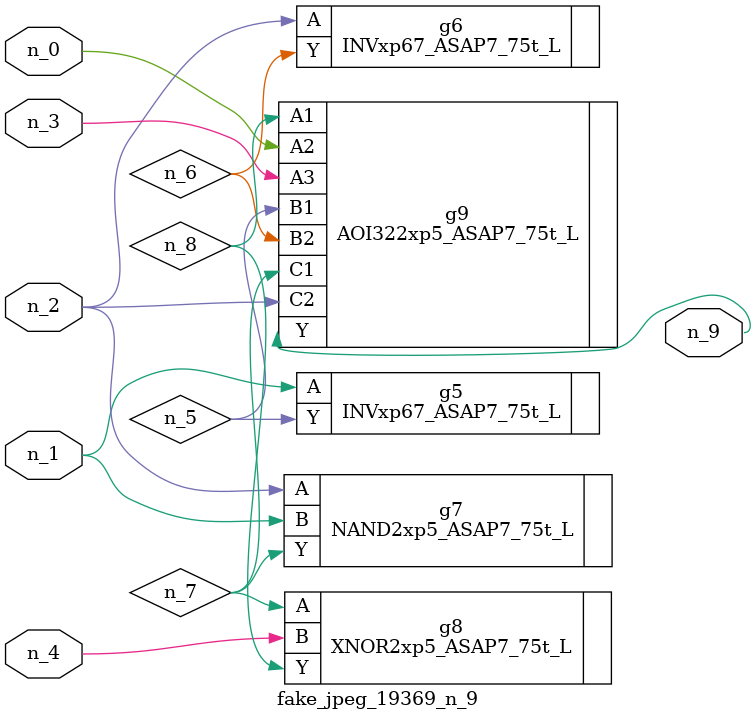
<source format=v>
module fake_jpeg_19369_n_9 (n_3, n_2, n_1, n_0, n_4, n_9);

input n_3;
input n_2;
input n_1;
input n_0;
input n_4;

output n_9;

wire n_8;
wire n_6;
wire n_5;
wire n_7;

INVxp67_ASAP7_75t_L g5 ( 
.A(n_1),
.Y(n_5)
);

INVxp67_ASAP7_75t_L g6 ( 
.A(n_2),
.Y(n_6)
);

NAND2xp5_ASAP7_75t_L g7 ( 
.A(n_2),
.B(n_1),
.Y(n_7)
);

XNOR2xp5_ASAP7_75t_L g8 ( 
.A(n_7),
.B(n_4),
.Y(n_8)
);

AOI322xp5_ASAP7_75t_L g9 ( 
.A1(n_8),
.A2(n_0),
.A3(n_3),
.B1(n_5),
.B2(n_6),
.C1(n_7),
.C2(n_2),
.Y(n_9)
);


endmodule
</source>
